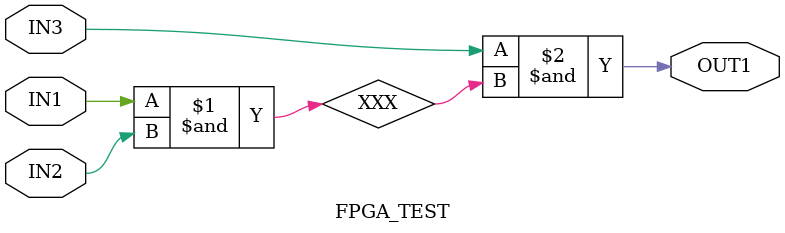
<source format=v>
`timescale 1ns / 1ps

module FPGA_TEST(input IN1,input IN2,input IN3,output OUT1);
    wire  XXX;
    
    assign XXX = IN1 & IN2;
    assign OUT1 = IN3 & XXX;
    
endmodule

</source>
